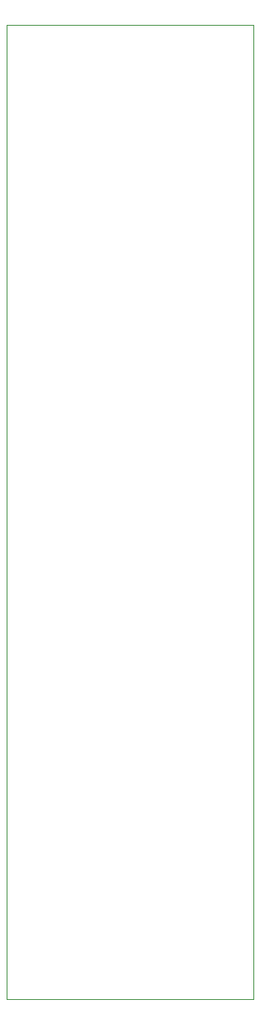
<source format=gbr>
%TF.GenerationSoftware,KiCad,Pcbnew,7.0.7*%
%TF.CreationDate,2024-02-11T16:58:00-05:00*%
%TF.ProjectId,HS8836A_USB_hub,48533838-3336-4415-9f55-53425f687562,rev?*%
%TF.SameCoordinates,Original*%
%TF.FileFunction,Profile,NP*%
%FSLAX46Y46*%
G04 Gerber Fmt 4.6, Leading zero omitted, Abs format (unit mm)*
G04 Created by KiCad (PCBNEW 7.0.7) date 2024-02-11 16:58:00*
%MOMM*%
%LPD*%
G01*
G04 APERTURE LIST*
%TA.AperFunction,Profile*%
%ADD10C,0.100000*%
%TD*%
G04 APERTURE END LIST*
D10*
X133950000Y-48300000D02*
X133950000Y-147700000D01*
X159200000Y-48300000D02*
X133950000Y-48300000D01*
X159200000Y-147700000D02*
X159200000Y-48300000D01*
X133950000Y-147700000D02*
X159200000Y-147700000D01*
M02*

</source>
